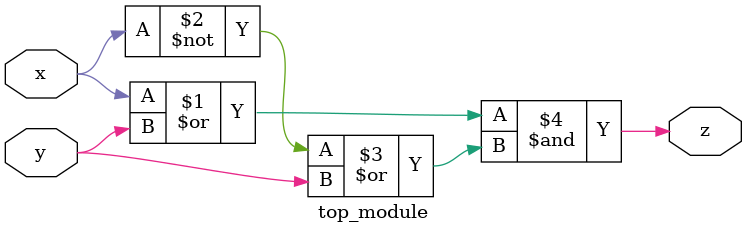
<source format=sv>
module top_module(
    input x,
    input y,
    output z);

    assign z = (x | y) & (~x | y);

endmodule

</source>
